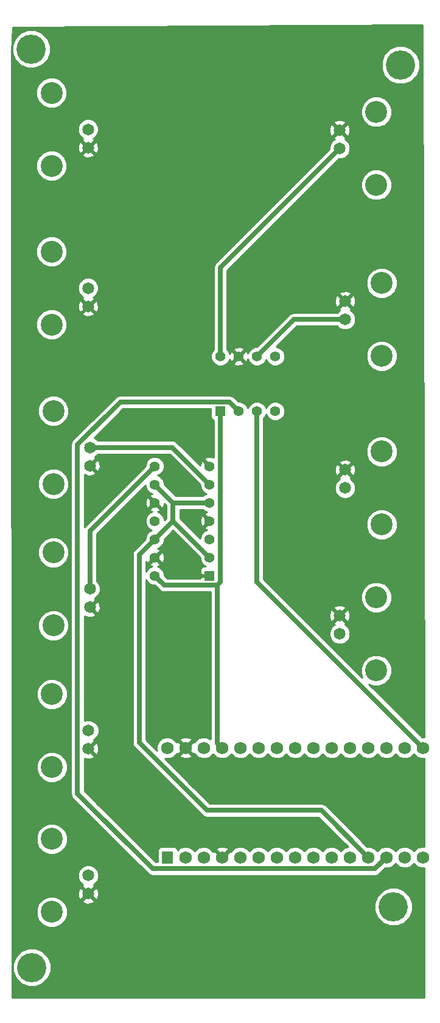
<source format=gbl>
G04 (created by PCBNEW-RS274X (2011-05-25)-stable) date Sun 01 Dec 2013 10:46:18 PM CET*
G01*
G70*
G90*
%MOIN*%
G04 Gerber Fmt 3.4, Leading zero omitted, Abs format*
%FSLAX34Y34*%
G04 APERTURE LIST*
%ADD10C,0.006000*%
%ADD11R,0.060000X0.069000*%
%ADD12C,0.069000*%
%ADD13R,0.055000X0.055000*%
%ADD14C,0.055000*%
%ADD15C,0.120000*%
%ADD16C,0.065000*%
%ADD17C,0.160000*%
%ADD18C,0.025000*%
%ADD19C,0.010000*%
G04 APERTURE END LIST*
G54D10*
G54D11*
X23976Y-52618D03*
G54D12*
X24976Y-52618D03*
X25976Y-52618D03*
X26976Y-52618D03*
X27976Y-52618D03*
X28976Y-52618D03*
X29976Y-52618D03*
X30976Y-52618D03*
X31976Y-52618D03*
X32976Y-52618D03*
X33976Y-52618D03*
X34976Y-52618D03*
X35976Y-52618D03*
X36976Y-52618D03*
X37976Y-52618D03*
X37976Y-46618D03*
X36976Y-46618D03*
X35976Y-46618D03*
X34976Y-46618D03*
X33976Y-46618D03*
X32976Y-46618D03*
X31976Y-46618D03*
X30976Y-46618D03*
X29976Y-46618D03*
X28976Y-46618D03*
X27976Y-46618D03*
X26976Y-46618D03*
X25976Y-46618D03*
X24976Y-46618D03*
X23976Y-46618D03*
G54D13*
X26874Y-28165D03*
G54D14*
X27874Y-28165D03*
X28874Y-28165D03*
X29874Y-28165D03*
X29874Y-25165D03*
X28874Y-25165D03*
X27874Y-25165D03*
X26874Y-25165D03*
G54D13*
X26280Y-37181D03*
G54D14*
X26280Y-36181D03*
X26280Y-35181D03*
X26280Y-34181D03*
X26280Y-33181D03*
X26280Y-32181D03*
X26280Y-31181D03*
X23280Y-31181D03*
X23280Y-32181D03*
X23280Y-33181D03*
X23280Y-34181D03*
X23280Y-35181D03*
X23280Y-36181D03*
X23280Y-37181D03*
G54D15*
X35405Y-11764D03*
X35405Y-15764D03*
G54D16*
X33405Y-13764D03*
X33405Y-12764D03*
G54D15*
X35701Y-21138D03*
X35701Y-25138D03*
G54D16*
X33701Y-23138D03*
X33701Y-22138D03*
G54D15*
X35701Y-30378D03*
X35701Y-34378D03*
G54D16*
X33701Y-32378D03*
X33701Y-31378D03*
G54D15*
X35405Y-38366D03*
X35405Y-42366D03*
G54D16*
X33405Y-40366D03*
X33405Y-39366D03*
G54D15*
X17626Y-14717D03*
X17626Y-10717D03*
G54D16*
X19626Y-12717D03*
X19626Y-13717D03*
G54D15*
X17626Y-23417D03*
X17626Y-19417D03*
G54D16*
X19626Y-21417D03*
X19626Y-22417D03*
G54D15*
X17720Y-32150D03*
X17720Y-28150D03*
G54D16*
X19720Y-30150D03*
X19720Y-31150D03*
G54D15*
X17720Y-39909D03*
X17720Y-35909D03*
G54D16*
X19720Y-37909D03*
X19720Y-38909D03*
G54D15*
X17642Y-47669D03*
X17642Y-43669D03*
G54D16*
X19642Y-45669D03*
X19642Y-46669D03*
G54D15*
X17634Y-55614D03*
X17634Y-51614D03*
G54D16*
X19634Y-53614D03*
X19634Y-54614D03*
G54D17*
X36736Y-09197D03*
X16508Y-08323D03*
X16543Y-58650D03*
X36350Y-55327D03*
G54D18*
X19720Y-34741D02*
X23280Y-31181D01*
X19720Y-37909D02*
X19720Y-34741D01*
X30901Y-23138D02*
X28874Y-25165D01*
X33701Y-23138D02*
X30901Y-23138D01*
X26874Y-20295D02*
X26874Y-25165D01*
X33405Y-13764D02*
X26874Y-20295D01*
X23280Y-32181D02*
X24280Y-33181D01*
X24280Y-33181D02*
X26280Y-33181D01*
X24280Y-34181D02*
X26280Y-36181D01*
X24280Y-33181D02*
X24280Y-34181D01*
X24280Y-34181D02*
X23280Y-35181D01*
X32402Y-50044D02*
X34976Y-52618D01*
X26145Y-50044D02*
X32402Y-50044D01*
X22426Y-46325D02*
X26145Y-50044D01*
X22426Y-36035D02*
X22426Y-46325D01*
X23280Y-35181D02*
X22426Y-36035D01*
X35349Y-53245D02*
X35976Y-52618D01*
X23171Y-53245D02*
X35349Y-53245D01*
X19043Y-49117D02*
X23171Y-53245D01*
X19043Y-30004D02*
X19043Y-49117D01*
X21386Y-27661D02*
X19043Y-30004D01*
X27370Y-27661D02*
X21386Y-27661D01*
X27874Y-28165D02*
X27370Y-27661D01*
X26874Y-37536D02*
X26707Y-37703D01*
X26874Y-28165D02*
X26874Y-37536D01*
X23802Y-37703D02*
X23280Y-37181D01*
X26707Y-37703D02*
X23802Y-37703D01*
X26707Y-46349D02*
X26976Y-46618D01*
X26707Y-37703D02*
X26707Y-46349D01*
X28874Y-37516D02*
X37976Y-46618D01*
X28874Y-28165D02*
X28874Y-37516D01*
X24249Y-30150D02*
X26280Y-32181D01*
X19720Y-30150D02*
X24249Y-30150D01*
G54D10*
G36*
X26115Y-32681D02*
X25983Y-32736D01*
X25912Y-32806D01*
X24435Y-32806D01*
X23805Y-32176D01*
X23805Y-32077D01*
X23725Y-31884D01*
X23578Y-31736D01*
X23444Y-31680D01*
X23577Y-31626D01*
X23725Y-31479D01*
X23805Y-31286D01*
X23805Y-31077D01*
X23725Y-30884D01*
X23578Y-30736D01*
X23385Y-30656D01*
X23176Y-30656D01*
X22983Y-30736D01*
X22835Y-30883D01*
X22755Y-31076D01*
X22755Y-31175D01*
X20288Y-33642D01*
X20288Y-31234D01*
X20276Y-31011D01*
X20212Y-30854D01*
X20116Y-30825D01*
X19791Y-31150D01*
X20116Y-31475D01*
X20212Y-31446D01*
X20288Y-31234D01*
X20288Y-33642D01*
X19455Y-34476D01*
X19418Y-34531D01*
X19418Y-31622D01*
X19424Y-31642D01*
X19636Y-31718D01*
X19859Y-31706D01*
X20016Y-31642D01*
X20045Y-31546D01*
X19755Y-31256D01*
X19720Y-31221D01*
X19649Y-31150D01*
X19720Y-31079D01*
X19755Y-31044D01*
X20045Y-30754D01*
X20016Y-30658D01*
X20005Y-30654D01*
X20045Y-30638D01*
X20158Y-30525D01*
X24094Y-30525D01*
X25755Y-32186D01*
X25755Y-32285D01*
X25835Y-32478D01*
X25982Y-32626D01*
X26115Y-32681D01*
X26115Y-32681D01*
G37*
G54D19*
X26115Y-32681D02*
X25983Y-32736D01*
X25912Y-32806D01*
X24435Y-32806D01*
X23805Y-32176D01*
X23805Y-32077D01*
X23725Y-31884D01*
X23578Y-31736D01*
X23444Y-31680D01*
X23577Y-31626D01*
X23725Y-31479D01*
X23805Y-31286D01*
X23805Y-31077D01*
X23725Y-30884D01*
X23578Y-30736D01*
X23385Y-30656D01*
X23176Y-30656D01*
X22983Y-30736D01*
X22835Y-30883D01*
X22755Y-31076D01*
X22755Y-31175D01*
X20288Y-33642D01*
X20288Y-31234D01*
X20276Y-31011D01*
X20212Y-30854D01*
X20116Y-30825D01*
X19791Y-31150D01*
X20116Y-31475D01*
X20212Y-31446D01*
X20288Y-31234D01*
X20288Y-33642D01*
X19455Y-34476D01*
X19418Y-34531D01*
X19418Y-31622D01*
X19424Y-31642D01*
X19636Y-31718D01*
X19859Y-31706D01*
X20016Y-31642D01*
X20045Y-31546D01*
X19755Y-31256D01*
X19720Y-31221D01*
X19649Y-31150D01*
X19720Y-31079D01*
X19755Y-31044D01*
X20045Y-30754D01*
X20016Y-30658D01*
X20005Y-30654D01*
X20045Y-30638D01*
X20158Y-30525D01*
X24094Y-30525D01*
X25755Y-32186D01*
X25755Y-32285D01*
X25835Y-32478D01*
X25982Y-32626D01*
X26115Y-32681D01*
G54D10*
G36*
X26330Y-37231D02*
X26230Y-37231D01*
X26180Y-37231D01*
X25817Y-37231D01*
X25755Y-37293D01*
X25755Y-37328D01*
X23957Y-37328D01*
X23805Y-37176D01*
X23805Y-37077D01*
X23799Y-37062D01*
X23799Y-36255D01*
X23788Y-36051D01*
X23732Y-35914D01*
X23641Y-35891D01*
X23351Y-36181D01*
X23641Y-36471D01*
X23732Y-36448D01*
X23799Y-36255D01*
X23799Y-37062D01*
X23725Y-36884D01*
X23578Y-36736D01*
X23437Y-36677D01*
X23547Y-36633D01*
X23570Y-36542D01*
X23280Y-36252D01*
X22990Y-36542D01*
X23013Y-36633D01*
X23131Y-36674D01*
X22983Y-36736D01*
X22835Y-36883D01*
X22801Y-36965D01*
X22801Y-36381D01*
X22828Y-36448D01*
X22919Y-36471D01*
X23174Y-36216D01*
X23209Y-36181D01*
X23280Y-36110D01*
X23315Y-36075D01*
X23570Y-35820D01*
X23547Y-35729D01*
X23428Y-35687D01*
X23577Y-35626D01*
X23725Y-35479D01*
X23805Y-35286D01*
X23805Y-35186D01*
X24280Y-34711D01*
X25755Y-36186D01*
X25755Y-36285D01*
X25835Y-36478D01*
X25982Y-36626D01*
X26056Y-36656D01*
X26054Y-36657D01*
X25955Y-36657D01*
X25864Y-36695D01*
X25794Y-36765D01*
X25756Y-36857D01*
X25755Y-37069D01*
X25817Y-37131D01*
X26180Y-37131D01*
X26230Y-37131D01*
X26330Y-37131D01*
X26330Y-37231D01*
X26330Y-37231D01*
G37*
G54D19*
X26330Y-37231D02*
X26230Y-37231D01*
X26180Y-37231D01*
X25817Y-37231D01*
X25755Y-37293D01*
X25755Y-37328D01*
X23957Y-37328D01*
X23805Y-37176D01*
X23805Y-37077D01*
X23799Y-37062D01*
X23799Y-36255D01*
X23788Y-36051D01*
X23732Y-35914D01*
X23641Y-35891D01*
X23351Y-36181D01*
X23641Y-36471D01*
X23732Y-36448D01*
X23799Y-36255D01*
X23799Y-37062D01*
X23725Y-36884D01*
X23578Y-36736D01*
X23437Y-36677D01*
X23547Y-36633D01*
X23570Y-36542D01*
X23280Y-36252D01*
X22990Y-36542D01*
X23013Y-36633D01*
X23131Y-36674D01*
X22983Y-36736D01*
X22835Y-36883D01*
X22801Y-36965D01*
X22801Y-36381D01*
X22828Y-36448D01*
X22919Y-36471D01*
X23174Y-36216D01*
X23209Y-36181D01*
X23280Y-36110D01*
X23315Y-36075D01*
X23570Y-35820D01*
X23547Y-35729D01*
X23428Y-35687D01*
X23577Y-35626D01*
X23725Y-35479D01*
X23805Y-35286D01*
X23805Y-35186D01*
X24280Y-34711D01*
X25755Y-36186D01*
X25755Y-36285D01*
X25835Y-36478D01*
X25982Y-36626D01*
X26056Y-36656D01*
X26054Y-36657D01*
X25955Y-36657D01*
X25864Y-36695D01*
X25794Y-36765D01*
X25756Y-36857D01*
X25755Y-37069D01*
X25817Y-37131D01*
X26180Y-37131D01*
X26230Y-37131D01*
X26330Y-37131D01*
X26330Y-37231D01*
G54D10*
G36*
X26351Y-34181D02*
X26280Y-34252D01*
X26245Y-34287D01*
X26209Y-34323D01*
X26209Y-34181D01*
X25919Y-33891D01*
X25828Y-33914D01*
X25761Y-34107D01*
X25772Y-34311D01*
X25828Y-34448D01*
X25919Y-34471D01*
X26209Y-34181D01*
X26209Y-34323D01*
X25990Y-34542D01*
X26013Y-34633D01*
X26131Y-34674D01*
X25983Y-34736D01*
X25835Y-34883D01*
X25755Y-35076D01*
X25755Y-35126D01*
X24655Y-34026D01*
X24655Y-33556D01*
X25912Y-33556D01*
X25982Y-33626D01*
X26122Y-33684D01*
X26013Y-33729D01*
X25990Y-33820D01*
X26245Y-34075D01*
X26280Y-34110D01*
X26351Y-34181D01*
X26351Y-34181D01*
G37*
G54D19*
X26351Y-34181D02*
X26280Y-34252D01*
X26245Y-34287D01*
X26209Y-34323D01*
X26209Y-34181D01*
X25919Y-33891D01*
X25828Y-33914D01*
X25761Y-34107D01*
X25772Y-34311D01*
X25828Y-34448D01*
X25919Y-34471D01*
X26209Y-34181D01*
X26209Y-34323D01*
X25990Y-34542D01*
X26013Y-34633D01*
X26131Y-34674D01*
X25983Y-34736D01*
X25835Y-34883D01*
X25755Y-35076D01*
X25755Y-35126D01*
X24655Y-34026D01*
X24655Y-33556D01*
X25912Y-33556D01*
X25982Y-33626D01*
X26122Y-33684D01*
X26013Y-33729D01*
X25990Y-33820D01*
X26245Y-34075D01*
X26280Y-34110D01*
X26351Y-34181D01*
G54D10*
G36*
X26499Y-30712D02*
X26354Y-30662D01*
X26150Y-30673D01*
X26013Y-30729D01*
X25990Y-30820D01*
X26245Y-31075D01*
X26280Y-31110D01*
X26351Y-31181D01*
X26280Y-31252D01*
X26209Y-31181D01*
X26174Y-31146D01*
X25919Y-30891D01*
X25828Y-30914D01*
X25761Y-31107D01*
X25762Y-31133D01*
X24514Y-29885D01*
X24393Y-29804D01*
X24249Y-29775D01*
X20158Y-29775D01*
X20046Y-29663D01*
X19953Y-29624D01*
X21541Y-28036D01*
X26350Y-28036D01*
X26350Y-28489D01*
X26388Y-28581D01*
X26458Y-28651D01*
X26499Y-28668D01*
X26499Y-30712D01*
X26499Y-30712D01*
G37*
G54D19*
X26499Y-30712D02*
X26354Y-30662D01*
X26150Y-30673D01*
X26013Y-30729D01*
X25990Y-30820D01*
X26245Y-31075D01*
X26280Y-31110D01*
X26351Y-31181D01*
X26280Y-31252D01*
X26209Y-31181D01*
X26174Y-31146D01*
X25919Y-30891D01*
X25828Y-30914D01*
X25761Y-31107D01*
X25762Y-31133D01*
X24514Y-29885D01*
X24393Y-29804D01*
X24249Y-29775D01*
X20158Y-29775D01*
X20046Y-29663D01*
X19953Y-29624D01*
X21541Y-28036D01*
X26350Y-28036D01*
X26350Y-28489D01*
X26388Y-28581D01*
X26458Y-28651D01*
X26499Y-28668D01*
X26499Y-30712D01*
G54D10*
G36*
X33853Y-52025D02*
X33640Y-52114D01*
X33476Y-52278D01*
X33313Y-52115D01*
X33094Y-52024D01*
X32858Y-52024D01*
X32640Y-52114D01*
X32476Y-52278D01*
X32313Y-52115D01*
X32094Y-52024D01*
X31858Y-52024D01*
X31640Y-52114D01*
X31476Y-52278D01*
X31313Y-52115D01*
X31094Y-52024D01*
X30858Y-52024D01*
X30640Y-52114D01*
X30476Y-52278D01*
X30313Y-52115D01*
X30094Y-52024D01*
X29858Y-52024D01*
X29640Y-52114D01*
X29476Y-52278D01*
X29313Y-52115D01*
X29094Y-52024D01*
X28858Y-52024D01*
X28640Y-52114D01*
X28476Y-52278D01*
X28313Y-52115D01*
X28094Y-52024D01*
X27858Y-52024D01*
X27640Y-52114D01*
X27473Y-52281D01*
X27463Y-52303D01*
X27386Y-52279D01*
X27315Y-52350D01*
X27315Y-52208D01*
X27284Y-52110D01*
X27066Y-52030D01*
X26834Y-52040D01*
X26668Y-52110D01*
X26637Y-52208D01*
X26976Y-52547D01*
X27315Y-52208D01*
X27315Y-52350D01*
X27082Y-52583D01*
X27047Y-52618D01*
X26976Y-52689D01*
X26905Y-52618D01*
X26870Y-52583D01*
X26566Y-52279D01*
X26488Y-52303D01*
X26480Y-52282D01*
X26313Y-52115D01*
X26094Y-52024D01*
X25858Y-52024D01*
X25640Y-52114D01*
X25476Y-52278D01*
X25313Y-52115D01*
X25094Y-52024D01*
X24858Y-52024D01*
X24640Y-52114D01*
X24525Y-52229D01*
X24525Y-52224D01*
X24487Y-52132D01*
X24417Y-52062D01*
X24326Y-52024D01*
X24227Y-52024D01*
X23627Y-52024D01*
X23535Y-52062D01*
X23465Y-52132D01*
X23427Y-52223D01*
X23427Y-52322D01*
X23427Y-52870D01*
X23326Y-52870D01*
X20288Y-49831D01*
X20288Y-38993D01*
X20276Y-38770D01*
X20212Y-38613D01*
X20116Y-38584D01*
X19791Y-38909D01*
X20116Y-39234D01*
X20212Y-39205D01*
X20288Y-38993D01*
X20288Y-49831D01*
X20210Y-49753D01*
X20210Y-46753D01*
X20198Y-46530D01*
X20134Y-46373D01*
X20038Y-46344D01*
X19713Y-46669D01*
X20038Y-46994D01*
X20134Y-46965D01*
X20210Y-46753D01*
X20210Y-49753D01*
X19418Y-48961D01*
X19418Y-47186D01*
X19558Y-47237D01*
X19781Y-47225D01*
X19938Y-47161D01*
X19967Y-47065D01*
X19677Y-46775D01*
X19642Y-46740D01*
X19571Y-46669D01*
X19642Y-46598D01*
X19677Y-46563D01*
X19967Y-46273D01*
X19938Y-46177D01*
X19927Y-46173D01*
X19967Y-46157D01*
X20129Y-45995D01*
X20217Y-45784D01*
X20217Y-45555D01*
X20130Y-45344D01*
X19968Y-45182D01*
X19757Y-45094D01*
X19528Y-45094D01*
X19418Y-45139D01*
X19418Y-39381D01*
X19424Y-39401D01*
X19636Y-39477D01*
X19859Y-39465D01*
X20016Y-39401D01*
X20045Y-39305D01*
X19755Y-39015D01*
X19720Y-38980D01*
X19649Y-38909D01*
X19720Y-38838D01*
X19755Y-38803D01*
X20045Y-38513D01*
X20016Y-38417D01*
X20005Y-38413D01*
X20045Y-38397D01*
X20207Y-38235D01*
X20295Y-38024D01*
X20295Y-37795D01*
X20208Y-37584D01*
X20095Y-37471D01*
X20095Y-34896D01*
X22755Y-32236D01*
X22755Y-32285D01*
X22835Y-32478D01*
X22982Y-32626D01*
X23122Y-32684D01*
X23013Y-32729D01*
X22990Y-32820D01*
X23245Y-33075D01*
X23280Y-33110D01*
X23351Y-33181D01*
X23386Y-33216D01*
X23641Y-33471D01*
X23732Y-33448D01*
X23799Y-33255D01*
X23797Y-33228D01*
X23905Y-33336D01*
X23905Y-34026D01*
X23805Y-34126D01*
X23805Y-34077D01*
X23725Y-33884D01*
X23578Y-33736D01*
X23437Y-33677D01*
X23547Y-33633D01*
X23570Y-33542D01*
X23280Y-33252D01*
X23209Y-33323D01*
X23209Y-33181D01*
X22919Y-32891D01*
X22828Y-32914D01*
X22761Y-33107D01*
X22772Y-33311D01*
X22828Y-33448D01*
X22919Y-33471D01*
X23209Y-33181D01*
X23209Y-33323D01*
X22990Y-33542D01*
X23013Y-33633D01*
X23131Y-33674D01*
X22983Y-33736D01*
X22835Y-33883D01*
X22755Y-34076D01*
X22755Y-34285D01*
X22835Y-34478D01*
X22982Y-34626D01*
X23115Y-34681D01*
X22983Y-34736D01*
X22835Y-34883D01*
X22755Y-35076D01*
X22755Y-35175D01*
X22161Y-35770D01*
X22080Y-35891D01*
X22051Y-36035D01*
X22051Y-46325D01*
X22080Y-46469D01*
X22161Y-46590D01*
X25880Y-50309D01*
X26001Y-50390D01*
X26002Y-50390D01*
X26145Y-50419D01*
X32247Y-50419D01*
X33853Y-52025D01*
X33853Y-52025D01*
G37*
G54D19*
X33853Y-52025D02*
X33640Y-52114D01*
X33476Y-52278D01*
X33313Y-52115D01*
X33094Y-52024D01*
X32858Y-52024D01*
X32640Y-52114D01*
X32476Y-52278D01*
X32313Y-52115D01*
X32094Y-52024D01*
X31858Y-52024D01*
X31640Y-52114D01*
X31476Y-52278D01*
X31313Y-52115D01*
X31094Y-52024D01*
X30858Y-52024D01*
X30640Y-52114D01*
X30476Y-52278D01*
X30313Y-52115D01*
X30094Y-52024D01*
X29858Y-52024D01*
X29640Y-52114D01*
X29476Y-52278D01*
X29313Y-52115D01*
X29094Y-52024D01*
X28858Y-52024D01*
X28640Y-52114D01*
X28476Y-52278D01*
X28313Y-52115D01*
X28094Y-52024D01*
X27858Y-52024D01*
X27640Y-52114D01*
X27473Y-52281D01*
X27463Y-52303D01*
X27386Y-52279D01*
X27315Y-52350D01*
X27315Y-52208D01*
X27284Y-52110D01*
X27066Y-52030D01*
X26834Y-52040D01*
X26668Y-52110D01*
X26637Y-52208D01*
X26976Y-52547D01*
X27315Y-52208D01*
X27315Y-52350D01*
X27082Y-52583D01*
X27047Y-52618D01*
X26976Y-52689D01*
X26905Y-52618D01*
X26870Y-52583D01*
X26566Y-52279D01*
X26488Y-52303D01*
X26480Y-52282D01*
X26313Y-52115D01*
X26094Y-52024D01*
X25858Y-52024D01*
X25640Y-52114D01*
X25476Y-52278D01*
X25313Y-52115D01*
X25094Y-52024D01*
X24858Y-52024D01*
X24640Y-52114D01*
X24525Y-52229D01*
X24525Y-52224D01*
X24487Y-52132D01*
X24417Y-52062D01*
X24326Y-52024D01*
X24227Y-52024D01*
X23627Y-52024D01*
X23535Y-52062D01*
X23465Y-52132D01*
X23427Y-52223D01*
X23427Y-52322D01*
X23427Y-52870D01*
X23326Y-52870D01*
X20288Y-49831D01*
X20288Y-38993D01*
X20276Y-38770D01*
X20212Y-38613D01*
X20116Y-38584D01*
X19791Y-38909D01*
X20116Y-39234D01*
X20212Y-39205D01*
X20288Y-38993D01*
X20288Y-49831D01*
X20210Y-49753D01*
X20210Y-46753D01*
X20198Y-46530D01*
X20134Y-46373D01*
X20038Y-46344D01*
X19713Y-46669D01*
X20038Y-46994D01*
X20134Y-46965D01*
X20210Y-46753D01*
X20210Y-49753D01*
X19418Y-48961D01*
X19418Y-47186D01*
X19558Y-47237D01*
X19781Y-47225D01*
X19938Y-47161D01*
X19967Y-47065D01*
X19677Y-46775D01*
X19642Y-46740D01*
X19571Y-46669D01*
X19642Y-46598D01*
X19677Y-46563D01*
X19967Y-46273D01*
X19938Y-46177D01*
X19927Y-46173D01*
X19967Y-46157D01*
X20129Y-45995D01*
X20217Y-45784D01*
X20217Y-45555D01*
X20130Y-45344D01*
X19968Y-45182D01*
X19757Y-45094D01*
X19528Y-45094D01*
X19418Y-45139D01*
X19418Y-39381D01*
X19424Y-39401D01*
X19636Y-39477D01*
X19859Y-39465D01*
X20016Y-39401D01*
X20045Y-39305D01*
X19755Y-39015D01*
X19720Y-38980D01*
X19649Y-38909D01*
X19720Y-38838D01*
X19755Y-38803D01*
X20045Y-38513D01*
X20016Y-38417D01*
X20005Y-38413D01*
X20045Y-38397D01*
X20207Y-38235D01*
X20295Y-38024D01*
X20295Y-37795D01*
X20208Y-37584D01*
X20095Y-37471D01*
X20095Y-34896D01*
X22755Y-32236D01*
X22755Y-32285D01*
X22835Y-32478D01*
X22982Y-32626D01*
X23122Y-32684D01*
X23013Y-32729D01*
X22990Y-32820D01*
X23245Y-33075D01*
X23280Y-33110D01*
X23351Y-33181D01*
X23386Y-33216D01*
X23641Y-33471D01*
X23732Y-33448D01*
X23799Y-33255D01*
X23797Y-33228D01*
X23905Y-33336D01*
X23905Y-34026D01*
X23805Y-34126D01*
X23805Y-34077D01*
X23725Y-33884D01*
X23578Y-33736D01*
X23437Y-33677D01*
X23547Y-33633D01*
X23570Y-33542D01*
X23280Y-33252D01*
X23209Y-33323D01*
X23209Y-33181D01*
X22919Y-32891D01*
X22828Y-32914D01*
X22761Y-33107D01*
X22772Y-33311D01*
X22828Y-33448D01*
X22919Y-33471D01*
X23209Y-33181D01*
X23209Y-33323D01*
X22990Y-33542D01*
X23013Y-33633D01*
X23131Y-33674D01*
X22983Y-33736D01*
X22835Y-33883D01*
X22755Y-34076D01*
X22755Y-34285D01*
X22835Y-34478D01*
X22982Y-34626D01*
X23115Y-34681D01*
X22983Y-34736D01*
X22835Y-34883D01*
X22755Y-35076D01*
X22755Y-35175D01*
X22161Y-35770D01*
X22080Y-35891D01*
X22051Y-36035D01*
X22051Y-46325D01*
X22080Y-46469D01*
X22161Y-46590D01*
X25880Y-50309D01*
X26001Y-50390D01*
X26002Y-50390D01*
X26145Y-50419D01*
X32247Y-50419D01*
X33853Y-52025D01*
G54D10*
G36*
X38032Y-52024D02*
X37858Y-52024D01*
X37640Y-52114D01*
X37476Y-52278D01*
X37313Y-52115D01*
X37094Y-52024D01*
X36858Y-52024D01*
X36640Y-52114D01*
X36476Y-52278D01*
X36313Y-52115D01*
X36094Y-52024D01*
X35858Y-52024D01*
X35640Y-52114D01*
X35476Y-52278D01*
X35313Y-52115D01*
X35094Y-52024D01*
X34912Y-52024D01*
X32667Y-49779D01*
X32546Y-49698D01*
X32402Y-49669D01*
X26300Y-49669D01*
X25315Y-48684D01*
X25315Y-47028D01*
X24976Y-46689D01*
X24637Y-47028D01*
X24668Y-47126D01*
X24886Y-47206D01*
X25118Y-47196D01*
X25284Y-47126D01*
X25315Y-47028D01*
X25315Y-48684D01*
X23832Y-47201D01*
X23858Y-47212D01*
X24094Y-47212D01*
X24312Y-47122D01*
X24479Y-46955D01*
X24488Y-46932D01*
X24566Y-46957D01*
X24905Y-46618D01*
X24566Y-46279D01*
X24488Y-46303D01*
X24480Y-46282D01*
X24313Y-46115D01*
X24094Y-46024D01*
X23858Y-46024D01*
X23640Y-46114D01*
X23473Y-46281D01*
X23382Y-46500D01*
X23382Y-46736D01*
X23392Y-46761D01*
X22801Y-46170D01*
X22801Y-37395D01*
X22835Y-37478D01*
X22982Y-37626D01*
X23175Y-37706D01*
X23275Y-37706D01*
X23537Y-37968D01*
X23658Y-38049D01*
X23659Y-38049D01*
X23802Y-38078D01*
X26332Y-38078D01*
X26332Y-46134D01*
X26313Y-46115D01*
X26094Y-46024D01*
X25858Y-46024D01*
X25640Y-46114D01*
X25473Y-46281D01*
X25463Y-46303D01*
X25386Y-46279D01*
X25315Y-46350D01*
X25315Y-46208D01*
X25284Y-46110D01*
X25066Y-46030D01*
X24834Y-46040D01*
X24668Y-46110D01*
X24637Y-46208D01*
X24976Y-46547D01*
X25315Y-46208D01*
X25315Y-46350D01*
X25047Y-46618D01*
X25386Y-46957D01*
X25463Y-46932D01*
X25472Y-46954D01*
X25639Y-47121D01*
X25858Y-47212D01*
X26094Y-47212D01*
X26312Y-47122D01*
X26476Y-46958D01*
X26639Y-47121D01*
X26858Y-47212D01*
X27094Y-47212D01*
X27312Y-47122D01*
X27476Y-46958D01*
X27639Y-47121D01*
X27858Y-47212D01*
X28094Y-47212D01*
X28312Y-47122D01*
X28476Y-46958D01*
X28639Y-47121D01*
X28858Y-47212D01*
X29094Y-47212D01*
X29312Y-47122D01*
X29476Y-46958D01*
X29639Y-47121D01*
X29858Y-47212D01*
X30094Y-47212D01*
X30312Y-47122D01*
X30476Y-46958D01*
X30639Y-47121D01*
X30858Y-47212D01*
X31094Y-47212D01*
X31312Y-47122D01*
X31476Y-46958D01*
X31639Y-47121D01*
X31858Y-47212D01*
X32094Y-47212D01*
X32312Y-47122D01*
X32476Y-46958D01*
X32639Y-47121D01*
X32858Y-47212D01*
X33094Y-47212D01*
X33312Y-47122D01*
X33476Y-46958D01*
X33639Y-47121D01*
X33858Y-47212D01*
X34094Y-47212D01*
X34312Y-47122D01*
X34476Y-46958D01*
X34639Y-47121D01*
X34858Y-47212D01*
X35094Y-47212D01*
X35312Y-47122D01*
X35476Y-46958D01*
X35639Y-47121D01*
X35858Y-47212D01*
X36094Y-47212D01*
X36312Y-47122D01*
X36476Y-46958D01*
X36639Y-47121D01*
X36858Y-47212D01*
X37094Y-47212D01*
X37312Y-47122D01*
X37476Y-46958D01*
X37639Y-47121D01*
X37858Y-47212D01*
X38023Y-47212D01*
X38032Y-52024D01*
X38032Y-52024D01*
G37*
G54D19*
X38032Y-52024D02*
X37858Y-52024D01*
X37640Y-52114D01*
X37476Y-52278D01*
X37313Y-52115D01*
X37094Y-52024D01*
X36858Y-52024D01*
X36640Y-52114D01*
X36476Y-52278D01*
X36313Y-52115D01*
X36094Y-52024D01*
X35858Y-52024D01*
X35640Y-52114D01*
X35476Y-52278D01*
X35313Y-52115D01*
X35094Y-52024D01*
X34912Y-52024D01*
X32667Y-49779D01*
X32546Y-49698D01*
X32402Y-49669D01*
X26300Y-49669D01*
X25315Y-48684D01*
X25315Y-47028D01*
X24976Y-46689D01*
X24637Y-47028D01*
X24668Y-47126D01*
X24886Y-47206D01*
X25118Y-47196D01*
X25284Y-47126D01*
X25315Y-47028D01*
X25315Y-48684D01*
X23832Y-47201D01*
X23858Y-47212D01*
X24094Y-47212D01*
X24312Y-47122D01*
X24479Y-46955D01*
X24488Y-46932D01*
X24566Y-46957D01*
X24905Y-46618D01*
X24566Y-46279D01*
X24488Y-46303D01*
X24480Y-46282D01*
X24313Y-46115D01*
X24094Y-46024D01*
X23858Y-46024D01*
X23640Y-46114D01*
X23473Y-46281D01*
X23382Y-46500D01*
X23382Y-46736D01*
X23392Y-46761D01*
X22801Y-46170D01*
X22801Y-37395D01*
X22835Y-37478D01*
X22982Y-37626D01*
X23175Y-37706D01*
X23275Y-37706D01*
X23537Y-37968D01*
X23658Y-38049D01*
X23659Y-38049D01*
X23802Y-38078D01*
X26332Y-38078D01*
X26332Y-46134D01*
X26313Y-46115D01*
X26094Y-46024D01*
X25858Y-46024D01*
X25640Y-46114D01*
X25473Y-46281D01*
X25463Y-46303D01*
X25386Y-46279D01*
X25315Y-46350D01*
X25315Y-46208D01*
X25284Y-46110D01*
X25066Y-46030D01*
X24834Y-46040D01*
X24668Y-46110D01*
X24637Y-46208D01*
X24976Y-46547D01*
X25315Y-46208D01*
X25315Y-46350D01*
X25047Y-46618D01*
X25386Y-46957D01*
X25463Y-46932D01*
X25472Y-46954D01*
X25639Y-47121D01*
X25858Y-47212D01*
X26094Y-47212D01*
X26312Y-47122D01*
X26476Y-46958D01*
X26639Y-47121D01*
X26858Y-47212D01*
X27094Y-47212D01*
X27312Y-47122D01*
X27476Y-46958D01*
X27639Y-47121D01*
X27858Y-47212D01*
X28094Y-47212D01*
X28312Y-47122D01*
X28476Y-46958D01*
X28639Y-47121D01*
X28858Y-47212D01*
X29094Y-47212D01*
X29312Y-47122D01*
X29476Y-46958D01*
X29639Y-47121D01*
X29858Y-47212D01*
X30094Y-47212D01*
X30312Y-47122D01*
X30476Y-46958D01*
X30639Y-47121D01*
X30858Y-47212D01*
X31094Y-47212D01*
X31312Y-47122D01*
X31476Y-46958D01*
X31639Y-47121D01*
X31858Y-47212D01*
X32094Y-47212D01*
X32312Y-47122D01*
X32476Y-46958D01*
X32639Y-47121D01*
X32858Y-47212D01*
X33094Y-47212D01*
X33312Y-47122D01*
X33476Y-46958D01*
X33639Y-47121D01*
X33858Y-47212D01*
X34094Y-47212D01*
X34312Y-47122D01*
X34476Y-46958D01*
X34639Y-47121D01*
X34858Y-47212D01*
X35094Y-47212D01*
X35312Y-47122D01*
X35476Y-46958D01*
X35639Y-47121D01*
X35858Y-47212D01*
X36094Y-47212D01*
X36312Y-47122D01*
X36476Y-46958D01*
X36639Y-47121D01*
X36858Y-47212D01*
X37094Y-47212D01*
X37312Y-47122D01*
X37476Y-46958D01*
X37639Y-47121D01*
X37858Y-47212D01*
X38023Y-47212D01*
X38032Y-52024D01*
G54D10*
G36*
X38048Y-60312D02*
X37400Y-60312D01*
X37400Y-55537D01*
X37400Y-55119D01*
X37240Y-54733D01*
X36945Y-54437D01*
X36560Y-54277D01*
X36142Y-54277D01*
X35756Y-54437D01*
X35460Y-54732D01*
X35300Y-55117D01*
X35300Y-55535D01*
X35460Y-55921D01*
X35755Y-56217D01*
X36140Y-56377D01*
X36558Y-56377D01*
X36944Y-56217D01*
X37240Y-55922D01*
X37400Y-55537D01*
X37400Y-60312D01*
X20209Y-60312D01*
X20209Y-53729D01*
X20209Y-53500D01*
X20122Y-53289D01*
X19960Y-53127D01*
X19749Y-53039D01*
X19520Y-53039D01*
X19309Y-53126D01*
X19147Y-53288D01*
X19059Y-53499D01*
X19059Y-53728D01*
X19146Y-53939D01*
X19308Y-54101D01*
X19348Y-54117D01*
X19338Y-54122D01*
X19309Y-54218D01*
X19634Y-54543D01*
X19959Y-54218D01*
X19930Y-54122D01*
X19919Y-54118D01*
X19959Y-54102D01*
X20121Y-53940D01*
X20209Y-53729D01*
X20209Y-60312D01*
X20202Y-60312D01*
X20202Y-54698D01*
X20190Y-54475D01*
X20126Y-54318D01*
X20030Y-54289D01*
X19705Y-54614D01*
X20030Y-54939D01*
X20126Y-54910D01*
X20202Y-54698D01*
X20202Y-60312D01*
X19959Y-60312D01*
X19959Y-55010D01*
X19634Y-54685D01*
X19563Y-54756D01*
X19563Y-54614D01*
X19238Y-54289D01*
X19142Y-54318D01*
X19066Y-54530D01*
X19078Y-54753D01*
X19142Y-54910D01*
X19238Y-54939D01*
X19563Y-54614D01*
X19563Y-54756D01*
X19309Y-55010D01*
X19338Y-55106D01*
X19550Y-55182D01*
X19773Y-55170D01*
X19930Y-55106D01*
X19959Y-55010D01*
X19959Y-60312D01*
X18570Y-60312D01*
X18570Y-40079D01*
X18570Y-39741D01*
X18570Y-36079D01*
X18570Y-35741D01*
X18570Y-32320D01*
X18570Y-31982D01*
X18570Y-28320D01*
X18570Y-27982D01*
X18476Y-27754D01*
X18476Y-23587D01*
X18476Y-23249D01*
X18476Y-19587D01*
X18476Y-19249D01*
X18476Y-14887D01*
X18476Y-14549D01*
X18476Y-10887D01*
X18476Y-10549D01*
X18347Y-10237D01*
X18108Y-09997D01*
X17796Y-09867D01*
X17558Y-09867D01*
X17558Y-08533D01*
X17558Y-08115D01*
X17398Y-07729D01*
X17103Y-07433D01*
X16718Y-07273D01*
X16300Y-07273D01*
X15914Y-07433D01*
X15618Y-07728D01*
X15458Y-08113D01*
X15458Y-08531D01*
X15618Y-08917D01*
X15913Y-09213D01*
X16298Y-09373D01*
X16716Y-09373D01*
X17102Y-09213D01*
X17398Y-08918D01*
X17558Y-08533D01*
X17558Y-09867D01*
X17458Y-09867D01*
X17146Y-09996D01*
X16906Y-10235D01*
X16776Y-10547D01*
X16776Y-10885D01*
X16905Y-11197D01*
X17144Y-11437D01*
X17456Y-11567D01*
X17794Y-11567D01*
X18106Y-11438D01*
X18346Y-11199D01*
X18476Y-10887D01*
X18476Y-14549D01*
X18347Y-14237D01*
X18108Y-13997D01*
X17796Y-13867D01*
X17458Y-13867D01*
X17146Y-13996D01*
X16906Y-14235D01*
X16776Y-14547D01*
X16776Y-14885D01*
X16905Y-15197D01*
X17144Y-15437D01*
X17456Y-15567D01*
X17794Y-15567D01*
X18106Y-15438D01*
X18346Y-15199D01*
X18476Y-14887D01*
X18476Y-19249D01*
X18347Y-18937D01*
X18108Y-18697D01*
X17796Y-18567D01*
X17458Y-18567D01*
X17146Y-18696D01*
X16906Y-18935D01*
X16776Y-19247D01*
X16776Y-19585D01*
X16905Y-19897D01*
X17144Y-20137D01*
X17456Y-20267D01*
X17794Y-20267D01*
X18106Y-20138D01*
X18346Y-19899D01*
X18476Y-19587D01*
X18476Y-23249D01*
X18347Y-22937D01*
X18108Y-22697D01*
X17796Y-22567D01*
X17458Y-22567D01*
X17146Y-22696D01*
X16906Y-22935D01*
X16776Y-23247D01*
X16776Y-23585D01*
X16905Y-23897D01*
X17144Y-24137D01*
X17456Y-24267D01*
X17794Y-24267D01*
X18106Y-24138D01*
X18346Y-23899D01*
X18476Y-23587D01*
X18476Y-27754D01*
X18441Y-27670D01*
X18202Y-27430D01*
X17890Y-27300D01*
X17552Y-27300D01*
X17240Y-27429D01*
X17000Y-27668D01*
X16870Y-27980D01*
X16870Y-28318D01*
X16999Y-28630D01*
X17238Y-28870D01*
X17550Y-29000D01*
X17888Y-29000D01*
X18200Y-28871D01*
X18440Y-28632D01*
X18570Y-28320D01*
X18570Y-31982D01*
X18441Y-31670D01*
X18202Y-31430D01*
X17890Y-31300D01*
X17552Y-31300D01*
X17240Y-31429D01*
X17000Y-31668D01*
X16870Y-31980D01*
X16870Y-32318D01*
X16999Y-32630D01*
X17238Y-32870D01*
X17550Y-33000D01*
X17888Y-33000D01*
X18200Y-32871D01*
X18440Y-32632D01*
X18570Y-32320D01*
X18570Y-35741D01*
X18441Y-35429D01*
X18202Y-35189D01*
X17890Y-35059D01*
X17552Y-35059D01*
X17240Y-35188D01*
X17000Y-35427D01*
X16870Y-35739D01*
X16870Y-36077D01*
X16999Y-36389D01*
X17238Y-36629D01*
X17550Y-36759D01*
X17888Y-36759D01*
X18200Y-36630D01*
X18440Y-36391D01*
X18570Y-36079D01*
X18570Y-39741D01*
X18441Y-39429D01*
X18202Y-39189D01*
X17890Y-39059D01*
X17552Y-39059D01*
X17240Y-39188D01*
X17000Y-39427D01*
X16870Y-39739D01*
X16870Y-40077D01*
X16999Y-40389D01*
X17238Y-40629D01*
X17550Y-40759D01*
X17888Y-40759D01*
X18200Y-40630D01*
X18440Y-40391D01*
X18570Y-40079D01*
X18570Y-60312D01*
X18492Y-60312D01*
X18492Y-47839D01*
X18492Y-47501D01*
X18492Y-43839D01*
X18492Y-43501D01*
X18363Y-43189D01*
X18124Y-42949D01*
X17812Y-42819D01*
X17474Y-42819D01*
X17162Y-42948D01*
X16922Y-43187D01*
X16792Y-43499D01*
X16792Y-43837D01*
X16921Y-44149D01*
X17160Y-44389D01*
X17472Y-44519D01*
X17810Y-44519D01*
X18122Y-44390D01*
X18362Y-44151D01*
X18492Y-43839D01*
X18492Y-47501D01*
X18363Y-47189D01*
X18124Y-46949D01*
X17812Y-46819D01*
X17474Y-46819D01*
X17162Y-46948D01*
X16922Y-47187D01*
X16792Y-47499D01*
X16792Y-47837D01*
X16921Y-48149D01*
X17160Y-48389D01*
X17472Y-48519D01*
X17810Y-48519D01*
X18122Y-48390D01*
X18362Y-48151D01*
X18492Y-47839D01*
X18492Y-60312D01*
X18484Y-60312D01*
X18484Y-55784D01*
X18484Y-55446D01*
X18484Y-51784D01*
X18484Y-51446D01*
X18355Y-51134D01*
X18116Y-50894D01*
X17804Y-50764D01*
X17466Y-50764D01*
X17154Y-50893D01*
X16914Y-51132D01*
X16784Y-51444D01*
X16784Y-51782D01*
X16913Y-52094D01*
X17152Y-52334D01*
X17464Y-52464D01*
X17802Y-52464D01*
X18114Y-52335D01*
X18354Y-52096D01*
X18484Y-51784D01*
X18484Y-55446D01*
X18355Y-55134D01*
X18116Y-54894D01*
X17804Y-54764D01*
X17466Y-54764D01*
X17154Y-54893D01*
X16914Y-55132D01*
X16784Y-55444D01*
X16784Y-55782D01*
X16913Y-56094D01*
X17152Y-56334D01*
X17464Y-56464D01*
X17802Y-56464D01*
X18114Y-56335D01*
X18354Y-56096D01*
X18484Y-55784D01*
X18484Y-60312D01*
X17593Y-60312D01*
X17593Y-58860D01*
X17593Y-58442D01*
X17433Y-58056D01*
X17138Y-57760D01*
X16753Y-57600D01*
X16335Y-57600D01*
X15949Y-57760D01*
X15653Y-58055D01*
X15493Y-58440D01*
X15493Y-58858D01*
X15653Y-59244D01*
X15948Y-59540D01*
X16333Y-59700D01*
X16751Y-59700D01*
X17137Y-59540D01*
X17433Y-59245D01*
X17593Y-58860D01*
X17593Y-60312D01*
X15471Y-60312D01*
X15424Y-08470D01*
X15489Y-07117D01*
X37950Y-06999D01*
X38021Y-46024D01*
X37912Y-46024D01*
X37786Y-45898D01*
X37786Y-09407D01*
X37786Y-08989D01*
X37626Y-08603D01*
X37331Y-08307D01*
X36946Y-08147D01*
X36528Y-08147D01*
X36142Y-08307D01*
X35846Y-08602D01*
X35686Y-08987D01*
X35686Y-09405D01*
X35846Y-09791D01*
X36141Y-10087D01*
X36526Y-10247D01*
X36944Y-10247D01*
X37330Y-10087D01*
X37626Y-09792D01*
X37786Y-09407D01*
X37786Y-45898D01*
X36551Y-44663D01*
X36551Y-34548D01*
X36551Y-34210D01*
X36551Y-30548D01*
X36551Y-30210D01*
X36551Y-25308D01*
X36551Y-24970D01*
X36551Y-21308D01*
X36551Y-20970D01*
X36422Y-20658D01*
X36255Y-20490D01*
X36255Y-15934D01*
X36255Y-15596D01*
X36255Y-11934D01*
X36255Y-11596D01*
X36126Y-11284D01*
X35887Y-11044D01*
X35575Y-10914D01*
X35237Y-10914D01*
X34925Y-11043D01*
X34685Y-11282D01*
X34555Y-11594D01*
X34555Y-11932D01*
X34684Y-12244D01*
X34923Y-12484D01*
X35235Y-12614D01*
X35573Y-12614D01*
X35885Y-12485D01*
X36125Y-12246D01*
X36255Y-11934D01*
X36255Y-15596D01*
X36126Y-15284D01*
X35887Y-15044D01*
X35575Y-14914D01*
X35237Y-14914D01*
X34925Y-15043D01*
X34685Y-15282D01*
X34555Y-15594D01*
X34555Y-15932D01*
X34684Y-16244D01*
X34923Y-16484D01*
X35235Y-16614D01*
X35573Y-16614D01*
X35885Y-16485D01*
X36125Y-16246D01*
X36255Y-15934D01*
X36255Y-20490D01*
X36183Y-20418D01*
X35871Y-20288D01*
X35533Y-20288D01*
X35221Y-20417D01*
X34981Y-20656D01*
X34851Y-20968D01*
X34851Y-21306D01*
X34980Y-21618D01*
X35219Y-21858D01*
X35531Y-21988D01*
X35869Y-21988D01*
X36181Y-21859D01*
X36421Y-21620D01*
X36551Y-21308D01*
X36551Y-24970D01*
X36422Y-24658D01*
X36183Y-24418D01*
X35871Y-24288D01*
X35533Y-24288D01*
X35221Y-24417D01*
X34981Y-24656D01*
X34851Y-24968D01*
X34851Y-25306D01*
X34980Y-25618D01*
X35219Y-25858D01*
X35531Y-25988D01*
X35869Y-25988D01*
X36181Y-25859D01*
X36421Y-25620D01*
X36551Y-25308D01*
X36551Y-30210D01*
X36422Y-29898D01*
X36183Y-29658D01*
X35871Y-29528D01*
X35533Y-29528D01*
X35221Y-29657D01*
X34981Y-29896D01*
X34851Y-30208D01*
X34851Y-30546D01*
X34980Y-30858D01*
X35219Y-31098D01*
X35531Y-31228D01*
X35869Y-31228D01*
X36181Y-31099D01*
X36421Y-30860D01*
X36551Y-30548D01*
X36551Y-34210D01*
X36422Y-33898D01*
X36183Y-33658D01*
X35871Y-33528D01*
X35533Y-33528D01*
X35221Y-33657D01*
X34981Y-33896D01*
X34851Y-34208D01*
X34851Y-34546D01*
X34980Y-34858D01*
X35219Y-35098D01*
X35531Y-35228D01*
X35869Y-35228D01*
X36181Y-35099D01*
X36421Y-34860D01*
X36551Y-34548D01*
X36551Y-44663D01*
X35010Y-43122D01*
X35235Y-43216D01*
X35573Y-43216D01*
X35885Y-43087D01*
X36125Y-42848D01*
X36255Y-42536D01*
X36255Y-42198D01*
X36255Y-38536D01*
X36255Y-38198D01*
X36126Y-37886D01*
X35887Y-37646D01*
X35575Y-37516D01*
X35237Y-37516D01*
X34925Y-37645D01*
X34685Y-37884D01*
X34555Y-38196D01*
X34555Y-38534D01*
X34684Y-38846D01*
X34923Y-39086D01*
X35235Y-39216D01*
X35573Y-39216D01*
X35885Y-39087D01*
X36125Y-38848D01*
X36255Y-38536D01*
X36255Y-42198D01*
X36126Y-41886D01*
X35887Y-41646D01*
X35575Y-41516D01*
X35237Y-41516D01*
X34925Y-41645D01*
X34685Y-41884D01*
X34555Y-42196D01*
X34555Y-42534D01*
X34648Y-42760D01*
X34276Y-42388D01*
X34276Y-32493D01*
X34276Y-32264D01*
X34276Y-23253D01*
X34276Y-23024D01*
X34269Y-23007D01*
X34269Y-22222D01*
X34257Y-21999D01*
X34193Y-21842D01*
X34097Y-21813D01*
X34026Y-21884D01*
X34026Y-21742D01*
X33997Y-21646D01*
X33980Y-21639D01*
X33980Y-13879D01*
X33980Y-13650D01*
X33973Y-13633D01*
X33973Y-12848D01*
X33961Y-12625D01*
X33897Y-12468D01*
X33801Y-12439D01*
X33730Y-12510D01*
X33730Y-12368D01*
X33701Y-12272D01*
X33489Y-12196D01*
X33266Y-12208D01*
X33109Y-12272D01*
X33080Y-12368D01*
X33405Y-12693D01*
X33730Y-12368D01*
X33730Y-12510D01*
X33476Y-12764D01*
X33801Y-13089D01*
X33897Y-13060D01*
X33973Y-12848D01*
X33973Y-13633D01*
X33893Y-13439D01*
X33731Y-13277D01*
X33690Y-13260D01*
X33701Y-13256D01*
X33730Y-13160D01*
X33405Y-12835D01*
X33334Y-12906D01*
X33334Y-12764D01*
X33009Y-12439D01*
X32913Y-12468D01*
X32837Y-12680D01*
X32849Y-12903D01*
X32913Y-13060D01*
X33009Y-13089D01*
X33334Y-12764D01*
X33334Y-12906D01*
X33080Y-13160D01*
X33109Y-13256D01*
X33119Y-13259D01*
X33080Y-13276D01*
X32918Y-13438D01*
X32830Y-13649D01*
X32830Y-13809D01*
X26609Y-20030D01*
X26528Y-20151D01*
X26499Y-20295D01*
X26499Y-24797D01*
X26429Y-24867D01*
X26349Y-25060D01*
X26349Y-25269D01*
X26429Y-25462D01*
X26576Y-25610D01*
X26769Y-25690D01*
X26978Y-25690D01*
X27171Y-25610D01*
X27319Y-25463D01*
X27377Y-25322D01*
X27422Y-25432D01*
X27513Y-25455D01*
X27803Y-25165D01*
X27513Y-24875D01*
X27422Y-24898D01*
X27380Y-25016D01*
X27319Y-24868D01*
X27249Y-24797D01*
X27249Y-20450D01*
X33360Y-14339D01*
X33519Y-14339D01*
X33730Y-14252D01*
X33892Y-14090D01*
X33980Y-13879D01*
X33980Y-21639D01*
X33785Y-21570D01*
X33562Y-21582D01*
X33405Y-21646D01*
X33376Y-21742D01*
X33701Y-22067D01*
X34026Y-21742D01*
X34026Y-21884D01*
X33772Y-22138D01*
X34097Y-22463D01*
X34193Y-22434D01*
X34269Y-22222D01*
X34269Y-23007D01*
X34189Y-22813D01*
X34027Y-22651D01*
X33986Y-22634D01*
X33997Y-22630D01*
X34026Y-22534D01*
X33701Y-22209D01*
X33630Y-22280D01*
X33630Y-22138D01*
X33305Y-21813D01*
X33209Y-21842D01*
X33133Y-22054D01*
X33145Y-22277D01*
X33209Y-22434D01*
X33305Y-22463D01*
X33630Y-22138D01*
X33630Y-22280D01*
X33376Y-22534D01*
X33405Y-22630D01*
X33415Y-22633D01*
X33376Y-22650D01*
X33263Y-22763D01*
X30901Y-22763D01*
X30757Y-22792D01*
X30696Y-22832D01*
X30635Y-22873D01*
X28868Y-24640D01*
X28770Y-24640D01*
X28577Y-24720D01*
X28429Y-24867D01*
X28370Y-25007D01*
X28326Y-24898D01*
X28235Y-24875D01*
X28164Y-24946D01*
X28164Y-24804D01*
X28141Y-24713D01*
X27948Y-24646D01*
X27744Y-24657D01*
X27607Y-24713D01*
X27584Y-24804D01*
X27874Y-25094D01*
X28164Y-24804D01*
X28164Y-24946D01*
X27945Y-25165D01*
X28235Y-25455D01*
X28326Y-25432D01*
X28367Y-25313D01*
X28429Y-25462D01*
X28576Y-25610D01*
X28769Y-25690D01*
X28978Y-25690D01*
X29171Y-25610D01*
X29319Y-25463D01*
X29374Y-25329D01*
X29429Y-25462D01*
X29576Y-25610D01*
X29769Y-25690D01*
X29978Y-25690D01*
X30171Y-25610D01*
X30319Y-25463D01*
X30399Y-25270D01*
X30399Y-25061D01*
X30319Y-24868D01*
X30172Y-24720D01*
X29979Y-24640D01*
X29929Y-24640D01*
X31056Y-23513D01*
X33263Y-23513D01*
X33375Y-23625D01*
X33586Y-23713D01*
X33815Y-23713D01*
X34026Y-23626D01*
X34188Y-23464D01*
X34276Y-23253D01*
X34276Y-32264D01*
X34269Y-32247D01*
X34269Y-31462D01*
X34257Y-31239D01*
X34193Y-31082D01*
X34097Y-31053D01*
X34026Y-31124D01*
X34026Y-30982D01*
X33997Y-30886D01*
X33785Y-30810D01*
X33562Y-30822D01*
X33405Y-30886D01*
X33376Y-30982D01*
X33701Y-31307D01*
X34026Y-30982D01*
X34026Y-31124D01*
X33772Y-31378D01*
X34097Y-31703D01*
X34193Y-31674D01*
X34269Y-31462D01*
X34269Y-32247D01*
X34189Y-32053D01*
X34027Y-31891D01*
X33986Y-31874D01*
X33997Y-31870D01*
X34026Y-31774D01*
X33701Y-31449D01*
X33630Y-31520D01*
X33630Y-31378D01*
X33305Y-31053D01*
X33209Y-31082D01*
X33133Y-31294D01*
X33145Y-31517D01*
X33209Y-31674D01*
X33305Y-31703D01*
X33630Y-31378D01*
X33630Y-31520D01*
X33376Y-31774D01*
X33405Y-31870D01*
X33415Y-31873D01*
X33376Y-31890D01*
X33214Y-32052D01*
X33126Y-32263D01*
X33126Y-32492D01*
X33213Y-32703D01*
X33375Y-32865D01*
X33586Y-32953D01*
X33815Y-32953D01*
X34026Y-32866D01*
X34188Y-32704D01*
X34276Y-32493D01*
X34276Y-42388D01*
X33980Y-42092D01*
X33980Y-40481D01*
X33980Y-40252D01*
X33973Y-40235D01*
X33973Y-39450D01*
X33961Y-39227D01*
X33897Y-39070D01*
X33801Y-39041D01*
X33730Y-39112D01*
X33730Y-38970D01*
X33701Y-38874D01*
X33489Y-38798D01*
X33266Y-38810D01*
X33109Y-38874D01*
X33080Y-38970D01*
X33405Y-39295D01*
X33730Y-38970D01*
X33730Y-39112D01*
X33476Y-39366D01*
X33801Y-39691D01*
X33897Y-39662D01*
X33973Y-39450D01*
X33973Y-40235D01*
X33893Y-40041D01*
X33731Y-39879D01*
X33690Y-39862D01*
X33701Y-39858D01*
X33730Y-39762D01*
X33405Y-39437D01*
X33334Y-39508D01*
X33334Y-39366D01*
X33009Y-39041D01*
X32913Y-39070D01*
X32837Y-39282D01*
X32849Y-39505D01*
X32913Y-39662D01*
X33009Y-39691D01*
X33334Y-39366D01*
X33334Y-39508D01*
X33080Y-39762D01*
X33109Y-39858D01*
X33119Y-39861D01*
X33080Y-39878D01*
X32918Y-40040D01*
X32830Y-40251D01*
X32830Y-40480D01*
X32917Y-40691D01*
X33079Y-40853D01*
X33290Y-40941D01*
X33519Y-40941D01*
X33730Y-40854D01*
X33892Y-40692D01*
X33980Y-40481D01*
X33980Y-42092D01*
X29249Y-37361D01*
X29249Y-28532D01*
X29319Y-28463D01*
X29374Y-28329D01*
X29429Y-28462D01*
X29576Y-28610D01*
X29769Y-28690D01*
X29978Y-28690D01*
X30171Y-28610D01*
X30319Y-28463D01*
X30399Y-28270D01*
X30399Y-28061D01*
X30319Y-27868D01*
X30172Y-27720D01*
X29979Y-27640D01*
X29770Y-27640D01*
X29577Y-27720D01*
X29429Y-27867D01*
X29373Y-28000D01*
X29319Y-27868D01*
X29172Y-27720D01*
X28979Y-27640D01*
X28770Y-27640D01*
X28577Y-27720D01*
X28429Y-27867D01*
X28373Y-28000D01*
X28319Y-27868D01*
X28172Y-27720D01*
X28164Y-27716D01*
X28164Y-25526D01*
X27874Y-25236D01*
X27584Y-25526D01*
X27607Y-25617D01*
X27800Y-25684D01*
X28004Y-25673D01*
X28141Y-25617D01*
X28164Y-25526D01*
X28164Y-27716D01*
X27979Y-27640D01*
X27879Y-27640D01*
X27635Y-27396D01*
X27514Y-27315D01*
X27370Y-27286D01*
X21386Y-27286D01*
X21242Y-27315D01*
X21181Y-27355D01*
X21120Y-27396D01*
X20201Y-28315D01*
X20201Y-21532D01*
X20201Y-21303D01*
X20201Y-12832D01*
X20201Y-12603D01*
X20114Y-12392D01*
X19952Y-12230D01*
X19741Y-12142D01*
X19512Y-12142D01*
X19301Y-12229D01*
X19139Y-12391D01*
X19051Y-12602D01*
X19051Y-12831D01*
X19138Y-13042D01*
X19300Y-13204D01*
X19340Y-13220D01*
X19330Y-13225D01*
X19301Y-13321D01*
X19626Y-13646D01*
X19951Y-13321D01*
X19922Y-13225D01*
X19911Y-13221D01*
X19951Y-13205D01*
X20113Y-13043D01*
X20201Y-12832D01*
X20201Y-21303D01*
X20194Y-21286D01*
X20194Y-13801D01*
X20182Y-13578D01*
X20118Y-13421D01*
X20022Y-13392D01*
X19697Y-13717D01*
X20022Y-14042D01*
X20118Y-14013D01*
X20194Y-13801D01*
X20194Y-21286D01*
X20114Y-21092D01*
X19952Y-20930D01*
X19951Y-20929D01*
X19951Y-14113D01*
X19626Y-13788D01*
X19555Y-13859D01*
X19555Y-13717D01*
X19230Y-13392D01*
X19134Y-13421D01*
X19058Y-13633D01*
X19070Y-13856D01*
X19134Y-14013D01*
X19230Y-14042D01*
X19555Y-13717D01*
X19555Y-13859D01*
X19301Y-14113D01*
X19330Y-14209D01*
X19542Y-14285D01*
X19765Y-14273D01*
X19922Y-14209D01*
X19951Y-14113D01*
X19951Y-20929D01*
X19741Y-20842D01*
X19512Y-20842D01*
X19301Y-20929D01*
X19139Y-21091D01*
X19051Y-21302D01*
X19051Y-21531D01*
X19138Y-21742D01*
X19300Y-21904D01*
X19340Y-21920D01*
X19330Y-21925D01*
X19301Y-22021D01*
X19626Y-22346D01*
X19951Y-22021D01*
X19922Y-21925D01*
X19911Y-21921D01*
X19951Y-21905D01*
X20113Y-21743D01*
X20201Y-21532D01*
X20201Y-28315D01*
X20194Y-28322D01*
X20194Y-22501D01*
X20182Y-22278D01*
X20118Y-22121D01*
X20022Y-22092D01*
X19697Y-22417D01*
X20022Y-22742D01*
X20118Y-22713D01*
X20194Y-22501D01*
X20194Y-28322D01*
X19951Y-28565D01*
X19951Y-22813D01*
X19626Y-22488D01*
X19555Y-22559D01*
X19555Y-22417D01*
X19230Y-22092D01*
X19134Y-22121D01*
X19058Y-22333D01*
X19070Y-22556D01*
X19134Y-22713D01*
X19230Y-22742D01*
X19555Y-22417D01*
X19555Y-22559D01*
X19301Y-22813D01*
X19330Y-22909D01*
X19542Y-22985D01*
X19765Y-22973D01*
X19922Y-22909D01*
X19951Y-22813D01*
X19951Y-28565D01*
X18778Y-29739D01*
X18697Y-29860D01*
X18668Y-30004D01*
X18668Y-49117D01*
X18697Y-49261D01*
X18778Y-49382D01*
X22905Y-53510D01*
X22906Y-53510D01*
X22966Y-53550D01*
X23027Y-53591D01*
X23028Y-53591D01*
X23170Y-53619D01*
X23171Y-53620D01*
X35349Y-53620D01*
X35492Y-53591D01*
X35493Y-53591D01*
X35614Y-53510D01*
X35912Y-53212D01*
X36094Y-53212D01*
X36312Y-53122D01*
X36476Y-52958D01*
X36639Y-53121D01*
X36858Y-53212D01*
X37094Y-53212D01*
X37312Y-53122D01*
X37476Y-52958D01*
X37639Y-53121D01*
X37858Y-53212D01*
X38034Y-53212D01*
X38048Y-60312D01*
X38048Y-60312D01*
G37*
G54D19*
X38048Y-60312D02*
X37400Y-60312D01*
X37400Y-55537D01*
X37400Y-55119D01*
X37240Y-54733D01*
X36945Y-54437D01*
X36560Y-54277D01*
X36142Y-54277D01*
X35756Y-54437D01*
X35460Y-54732D01*
X35300Y-55117D01*
X35300Y-55535D01*
X35460Y-55921D01*
X35755Y-56217D01*
X36140Y-56377D01*
X36558Y-56377D01*
X36944Y-56217D01*
X37240Y-55922D01*
X37400Y-55537D01*
X37400Y-60312D01*
X20209Y-60312D01*
X20209Y-53729D01*
X20209Y-53500D01*
X20122Y-53289D01*
X19960Y-53127D01*
X19749Y-53039D01*
X19520Y-53039D01*
X19309Y-53126D01*
X19147Y-53288D01*
X19059Y-53499D01*
X19059Y-53728D01*
X19146Y-53939D01*
X19308Y-54101D01*
X19348Y-54117D01*
X19338Y-54122D01*
X19309Y-54218D01*
X19634Y-54543D01*
X19959Y-54218D01*
X19930Y-54122D01*
X19919Y-54118D01*
X19959Y-54102D01*
X20121Y-53940D01*
X20209Y-53729D01*
X20209Y-60312D01*
X20202Y-60312D01*
X20202Y-54698D01*
X20190Y-54475D01*
X20126Y-54318D01*
X20030Y-54289D01*
X19705Y-54614D01*
X20030Y-54939D01*
X20126Y-54910D01*
X20202Y-54698D01*
X20202Y-60312D01*
X19959Y-60312D01*
X19959Y-55010D01*
X19634Y-54685D01*
X19563Y-54756D01*
X19563Y-54614D01*
X19238Y-54289D01*
X19142Y-54318D01*
X19066Y-54530D01*
X19078Y-54753D01*
X19142Y-54910D01*
X19238Y-54939D01*
X19563Y-54614D01*
X19563Y-54756D01*
X19309Y-55010D01*
X19338Y-55106D01*
X19550Y-55182D01*
X19773Y-55170D01*
X19930Y-55106D01*
X19959Y-55010D01*
X19959Y-60312D01*
X18570Y-60312D01*
X18570Y-40079D01*
X18570Y-39741D01*
X18570Y-36079D01*
X18570Y-35741D01*
X18570Y-32320D01*
X18570Y-31982D01*
X18570Y-28320D01*
X18570Y-27982D01*
X18476Y-27754D01*
X18476Y-23587D01*
X18476Y-23249D01*
X18476Y-19587D01*
X18476Y-19249D01*
X18476Y-14887D01*
X18476Y-14549D01*
X18476Y-10887D01*
X18476Y-10549D01*
X18347Y-10237D01*
X18108Y-09997D01*
X17796Y-09867D01*
X17558Y-09867D01*
X17558Y-08533D01*
X17558Y-08115D01*
X17398Y-07729D01*
X17103Y-07433D01*
X16718Y-07273D01*
X16300Y-07273D01*
X15914Y-07433D01*
X15618Y-07728D01*
X15458Y-08113D01*
X15458Y-08531D01*
X15618Y-08917D01*
X15913Y-09213D01*
X16298Y-09373D01*
X16716Y-09373D01*
X17102Y-09213D01*
X17398Y-08918D01*
X17558Y-08533D01*
X17558Y-09867D01*
X17458Y-09867D01*
X17146Y-09996D01*
X16906Y-10235D01*
X16776Y-10547D01*
X16776Y-10885D01*
X16905Y-11197D01*
X17144Y-11437D01*
X17456Y-11567D01*
X17794Y-11567D01*
X18106Y-11438D01*
X18346Y-11199D01*
X18476Y-10887D01*
X18476Y-14549D01*
X18347Y-14237D01*
X18108Y-13997D01*
X17796Y-13867D01*
X17458Y-13867D01*
X17146Y-13996D01*
X16906Y-14235D01*
X16776Y-14547D01*
X16776Y-14885D01*
X16905Y-15197D01*
X17144Y-15437D01*
X17456Y-15567D01*
X17794Y-15567D01*
X18106Y-15438D01*
X18346Y-15199D01*
X18476Y-14887D01*
X18476Y-19249D01*
X18347Y-18937D01*
X18108Y-18697D01*
X17796Y-18567D01*
X17458Y-18567D01*
X17146Y-18696D01*
X16906Y-18935D01*
X16776Y-19247D01*
X16776Y-19585D01*
X16905Y-19897D01*
X17144Y-20137D01*
X17456Y-20267D01*
X17794Y-20267D01*
X18106Y-20138D01*
X18346Y-19899D01*
X18476Y-19587D01*
X18476Y-23249D01*
X18347Y-22937D01*
X18108Y-22697D01*
X17796Y-22567D01*
X17458Y-22567D01*
X17146Y-22696D01*
X16906Y-22935D01*
X16776Y-23247D01*
X16776Y-23585D01*
X16905Y-23897D01*
X17144Y-24137D01*
X17456Y-24267D01*
X17794Y-24267D01*
X18106Y-24138D01*
X18346Y-23899D01*
X18476Y-23587D01*
X18476Y-27754D01*
X18441Y-27670D01*
X18202Y-27430D01*
X17890Y-27300D01*
X17552Y-27300D01*
X17240Y-27429D01*
X17000Y-27668D01*
X16870Y-27980D01*
X16870Y-28318D01*
X16999Y-28630D01*
X17238Y-28870D01*
X17550Y-29000D01*
X17888Y-29000D01*
X18200Y-28871D01*
X18440Y-28632D01*
X18570Y-28320D01*
X18570Y-31982D01*
X18441Y-31670D01*
X18202Y-31430D01*
X17890Y-31300D01*
X17552Y-31300D01*
X17240Y-31429D01*
X17000Y-31668D01*
X16870Y-31980D01*
X16870Y-32318D01*
X16999Y-32630D01*
X17238Y-32870D01*
X17550Y-33000D01*
X17888Y-33000D01*
X18200Y-32871D01*
X18440Y-32632D01*
X18570Y-32320D01*
X18570Y-35741D01*
X18441Y-35429D01*
X18202Y-35189D01*
X17890Y-35059D01*
X17552Y-35059D01*
X17240Y-35188D01*
X17000Y-35427D01*
X16870Y-35739D01*
X16870Y-36077D01*
X16999Y-36389D01*
X17238Y-36629D01*
X17550Y-36759D01*
X17888Y-36759D01*
X18200Y-36630D01*
X18440Y-36391D01*
X18570Y-36079D01*
X18570Y-39741D01*
X18441Y-39429D01*
X18202Y-39189D01*
X17890Y-39059D01*
X17552Y-39059D01*
X17240Y-39188D01*
X17000Y-39427D01*
X16870Y-39739D01*
X16870Y-40077D01*
X16999Y-40389D01*
X17238Y-40629D01*
X17550Y-40759D01*
X17888Y-40759D01*
X18200Y-40630D01*
X18440Y-40391D01*
X18570Y-40079D01*
X18570Y-60312D01*
X18492Y-60312D01*
X18492Y-47839D01*
X18492Y-47501D01*
X18492Y-43839D01*
X18492Y-43501D01*
X18363Y-43189D01*
X18124Y-42949D01*
X17812Y-42819D01*
X17474Y-42819D01*
X17162Y-42948D01*
X16922Y-43187D01*
X16792Y-43499D01*
X16792Y-43837D01*
X16921Y-44149D01*
X17160Y-44389D01*
X17472Y-44519D01*
X17810Y-44519D01*
X18122Y-44390D01*
X18362Y-44151D01*
X18492Y-43839D01*
X18492Y-47501D01*
X18363Y-47189D01*
X18124Y-46949D01*
X17812Y-46819D01*
X17474Y-46819D01*
X17162Y-46948D01*
X16922Y-47187D01*
X16792Y-47499D01*
X16792Y-47837D01*
X16921Y-48149D01*
X17160Y-48389D01*
X17472Y-48519D01*
X17810Y-48519D01*
X18122Y-48390D01*
X18362Y-48151D01*
X18492Y-47839D01*
X18492Y-60312D01*
X18484Y-60312D01*
X18484Y-55784D01*
X18484Y-55446D01*
X18484Y-51784D01*
X18484Y-51446D01*
X18355Y-51134D01*
X18116Y-50894D01*
X17804Y-50764D01*
X17466Y-50764D01*
X17154Y-50893D01*
X16914Y-51132D01*
X16784Y-51444D01*
X16784Y-51782D01*
X16913Y-52094D01*
X17152Y-52334D01*
X17464Y-52464D01*
X17802Y-52464D01*
X18114Y-52335D01*
X18354Y-52096D01*
X18484Y-51784D01*
X18484Y-55446D01*
X18355Y-55134D01*
X18116Y-54894D01*
X17804Y-54764D01*
X17466Y-54764D01*
X17154Y-54893D01*
X16914Y-55132D01*
X16784Y-55444D01*
X16784Y-55782D01*
X16913Y-56094D01*
X17152Y-56334D01*
X17464Y-56464D01*
X17802Y-56464D01*
X18114Y-56335D01*
X18354Y-56096D01*
X18484Y-55784D01*
X18484Y-60312D01*
X17593Y-60312D01*
X17593Y-58860D01*
X17593Y-58442D01*
X17433Y-58056D01*
X17138Y-57760D01*
X16753Y-57600D01*
X16335Y-57600D01*
X15949Y-57760D01*
X15653Y-58055D01*
X15493Y-58440D01*
X15493Y-58858D01*
X15653Y-59244D01*
X15948Y-59540D01*
X16333Y-59700D01*
X16751Y-59700D01*
X17137Y-59540D01*
X17433Y-59245D01*
X17593Y-58860D01*
X17593Y-60312D01*
X15471Y-60312D01*
X15424Y-08470D01*
X15489Y-07117D01*
X37950Y-06999D01*
X38021Y-46024D01*
X37912Y-46024D01*
X37786Y-45898D01*
X37786Y-09407D01*
X37786Y-08989D01*
X37626Y-08603D01*
X37331Y-08307D01*
X36946Y-08147D01*
X36528Y-08147D01*
X36142Y-08307D01*
X35846Y-08602D01*
X35686Y-08987D01*
X35686Y-09405D01*
X35846Y-09791D01*
X36141Y-10087D01*
X36526Y-10247D01*
X36944Y-10247D01*
X37330Y-10087D01*
X37626Y-09792D01*
X37786Y-09407D01*
X37786Y-45898D01*
X36551Y-44663D01*
X36551Y-34548D01*
X36551Y-34210D01*
X36551Y-30548D01*
X36551Y-30210D01*
X36551Y-25308D01*
X36551Y-24970D01*
X36551Y-21308D01*
X36551Y-20970D01*
X36422Y-20658D01*
X36255Y-20490D01*
X36255Y-15934D01*
X36255Y-15596D01*
X36255Y-11934D01*
X36255Y-11596D01*
X36126Y-11284D01*
X35887Y-11044D01*
X35575Y-10914D01*
X35237Y-10914D01*
X34925Y-11043D01*
X34685Y-11282D01*
X34555Y-11594D01*
X34555Y-11932D01*
X34684Y-12244D01*
X34923Y-12484D01*
X35235Y-12614D01*
X35573Y-12614D01*
X35885Y-12485D01*
X36125Y-12246D01*
X36255Y-11934D01*
X36255Y-15596D01*
X36126Y-15284D01*
X35887Y-15044D01*
X35575Y-14914D01*
X35237Y-14914D01*
X34925Y-15043D01*
X34685Y-15282D01*
X34555Y-15594D01*
X34555Y-15932D01*
X34684Y-16244D01*
X34923Y-16484D01*
X35235Y-16614D01*
X35573Y-16614D01*
X35885Y-16485D01*
X36125Y-16246D01*
X36255Y-15934D01*
X36255Y-20490D01*
X36183Y-20418D01*
X35871Y-20288D01*
X35533Y-20288D01*
X35221Y-20417D01*
X34981Y-20656D01*
X34851Y-20968D01*
X34851Y-21306D01*
X34980Y-21618D01*
X35219Y-21858D01*
X35531Y-21988D01*
X35869Y-21988D01*
X36181Y-21859D01*
X36421Y-21620D01*
X36551Y-21308D01*
X36551Y-24970D01*
X36422Y-24658D01*
X36183Y-24418D01*
X35871Y-24288D01*
X35533Y-24288D01*
X35221Y-24417D01*
X34981Y-24656D01*
X34851Y-24968D01*
X34851Y-25306D01*
X34980Y-25618D01*
X35219Y-25858D01*
X35531Y-25988D01*
X35869Y-25988D01*
X36181Y-25859D01*
X36421Y-25620D01*
X36551Y-25308D01*
X36551Y-30210D01*
X36422Y-29898D01*
X36183Y-29658D01*
X35871Y-29528D01*
X35533Y-29528D01*
X35221Y-29657D01*
X34981Y-29896D01*
X34851Y-30208D01*
X34851Y-30546D01*
X34980Y-30858D01*
X35219Y-31098D01*
X35531Y-31228D01*
X35869Y-31228D01*
X36181Y-31099D01*
X36421Y-30860D01*
X36551Y-30548D01*
X36551Y-34210D01*
X36422Y-33898D01*
X36183Y-33658D01*
X35871Y-33528D01*
X35533Y-33528D01*
X35221Y-33657D01*
X34981Y-33896D01*
X34851Y-34208D01*
X34851Y-34546D01*
X34980Y-34858D01*
X35219Y-35098D01*
X35531Y-35228D01*
X35869Y-35228D01*
X36181Y-35099D01*
X36421Y-34860D01*
X36551Y-34548D01*
X36551Y-44663D01*
X35010Y-43122D01*
X35235Y-43216D01*
X35573Y-43216D01*
X35885Y-43087D01*
X36125Y-42848D01*
X36255Y-42536D01*
X36255Y-42198D01*
X36255Y-38536D01*
X36255Y-38198D01*
X36126Y-37886D01*
X35887Y-37646D01*
X35575Y-37516D01*
X35237Y-37516D01*
X34925Y-37645D01*
X34685Y-37884D01*
X34555Y-38196D01*
X34555Y-38534D01*
X34684Y-38846D01*
X34923Y-39086D01*
X35235Y-39216D01*
X35573Y-39216D01*
X35885Y-39087D01*
X36125Y-38848D01*
X36255Y-38536D01*
X36255Y-42198D01*
X36126Y-41886D01*
X35887Y-41646D01*
X35575Y-41516D01*
X35237Y-41516D01*
X34925Y-41645D01*
X34685Y-41884D01*
X34555Y-42196D01*
X34555Y-42534D01*
X34648Y-42760D01*
X34276Y-42388D01*
X34276Y-32493D01*
X34276Y-32264D01*
X34276Y-23253D01*
X34276Y-23024D01*
X34269Y-23007D01*
X34269Y-22222D01*
X34257Y-21999D01*
X34193Y-21842D01*
X34097Y-21813D01*
X34026Y-21884D01*
X34026Y-21742D01*
X33997Y-21646D01*
X33980Y-21639D01*
X33980Y-13879D01*
X33980Y-13650D01*
X33973Y-13633D01*
X33973Y-12848D01*
X33961Y-12625D01*
X33897Y-12468D01*
X33801Y-12439D01*
X33730Y-12510D01*
X33730Y-12368D01*
X33701Y-12272D01*
X33489Y-12196D01*
X33266Y-12208D01*
X33109Y-12272D01*
X33080Y-12368D01*
X33405Y-12693D01*
X33730Y-12368D01*
X33730Y-12510D01*
X33476Y-12764D01*
X33801Y-13089D01*
X33897Y-13060D01*
X33973Y-12848D01*
X33973Y-13633D01*
X33893Y-13439D01*
X33731Y-13277D01*
X33690Y-13260D01*
X33701Y-13256D01*
X33730Y-13160D01*
X33405Y-12835D01*
X33334Y-12906D01*
X33334Y-12764D01*
X33009Y-12439D01*
X32913Y-12468D01*
X32837Y-12680D01*
X32849Y-12903D01*
X32913Y-13060D01*
X33009Y-13089D01*
X33334Y-12764D01*
X33334Y-12906D01*
X33080Y-13160D01*
X33109Y-13256D01*
X33119Y-13259D01*
X33080Y-13276D01*
X32918Y-13438D01*
X32830Y-13649D01*
X32830Y-13809D01*
X26609Y-20030D01*
X26528Y-20151D01*
X26499Y-20295D01*
X26499Y-24797D01*
X26429Y-24867D01*
X26349Y-25060D01*
X26349Y-25269D01*
X26429Y-25462D01*
X26576Y-25610D01*
X26769Y-25690D01*
X26978Y-25690D01*
X27171Y-25610D01*
X27319Y-25463D01*
X27377Y-25322D01*
X27422Y-25432D01*
X27513Y-25455D01*
X27803Y-25165D01*
X27513Y-24875D01*
X27422Y-24898D01*
X27380Y-25016D01*
X27319Y-24868D01*
X27249Y-24797D01*
X27249Y-20450D01*
X33360Y-14339D01*
X33519Y-14339D01*
X33730Y-14252D01*
X33892Y-14090D01*
X33980Y-13879D01*
X33980Y-21639D01*
X33785Y-21570D01*
X33562Y-21582D01*
X33405Y-21646D01*
X33376Y-21742D01*
X33701Y-22067D01*
X34026Y-21742D01*
X34026Y-21884D01*
X33772Y-22138D01*
X34097Y-22463D01*
X34193Y-22434D01*
X34269Y-22222D01*
X34269Y-23007D01*
X34189Y-22813D01*
X34027Y-22651D01*
X33986Y-22634D01*
X33997Y-22630D01*
X34026Y-22534D01*
X33701Y-22209D01*
X33630Y-22280D01*
X33630Y-22138D01*
X33305Y-21813D01*
X33209Y-21842D01*
X33133Y-22054D01*
X33145Y-22277D01*
X33209Y-22434D01*
X33305Y-22463D01*
X33630Y-22138D01*
X33630Y-22280D01*
X33376Y-22534D01*
X33405Y-22630D01*
X33415Y-22633D01*
X33376Y-22650D01*
X33263Y-22763D01*
X30901Y-22763D01*
X30757Y-22792D01*
X30696Y-22832D01*
X30635Y-22873D01*
X28868Y-24640D01*
X28770Y-24640D01*
X28577Y-24720D01*
X28429Y-24867D01*
X28370Y-25007D01*
X28326Y-24898D01*
X28235Y-24875D01*
X28164Y-24946D01*
X28164Y-24804D01*
X28141Y-24713D01*
X27948Y-24646D01*
X27744Y-24657D01*
X27607Y-24713D01*
X27584Y-24804D01*
X27874Y-25094D01*
X28164Y-24804D01*
X28164Y-24946D01*
X27945Y-25165D01*
X28235Y-25455D01*
X28326Y-25432D01*
X28367Y-25313D01*
X28429Y-25462D01*
X28576Y-25610D01*
X28769Y-25690D01*
X28978Y-25690D01*
X29171Y-25610D01*
X29319Y-25463D01*
X29374Y-25329D01*
X29429Y-25462D01*
X29576Y-25610D01*
X29769Y-25690D01*
X29978Y-25690D01*
X30171Y-25610D01*
X30319Y-25463D01*
X30399Y-25270D01*
X30399Y-25061D01*
X30319Y-24868D01*
X30172Y-24720D01*
X29979Y-24640D01*
X29929Y-24640D01*
X31056Y-23513D01*
X33263Y-23513D01*
X33375Y-23625D01*
X33586Y-23713D01*
X33815Y-23713D01*
X34026Y-23626D01*
X34188Y-23464D01*
X34276Y-23253D01*
X34276Y-32264D01*
X34269Y-32247D01*
X34269Y-31462D01*
X34257Y-31239D01*
X34193Y-31082D01*
X34097Y-31053D01*
X34026Y-31124D01*
X34026Y-30982D01*
X33997Y-30886D01*
X33785Y-30810D01*
X33562Y-30822D01*
X33405Y-30886D01*
X33376Y-30982D01*
X33701Y-31307D01*
X34026Y-30982D01*
X34026Y-31124D01*
X33772Y-31378D01*
X34097Y-31703D01*
X34193Y-31674D01*
X34269Y-31462D01*
X34269Y-32247D01*
X34189Y-32053D01*
X34027Y-31891D01*
X33986Y-31874D01*
X33997Y-31870D01*
X34026Y-31774D01*
X33701Y-31449D01*
X33630Y-31520D01*
X33630Y-31378D01*
X33305Y-31053D01*
X33209Y-31082D01*
X33133Y-31294D01*
X33145Y-31517D01*
X33209Y-31674D01*
X33305Y-31703D01*
X33630Y-31378D01*
X33630Y-31520D01*
X33376Y-31774D01*
X33405Y-31870D01*
X33415Y-31873D01*
X33376Y-31890D01*
X33214Y-32052D01*
X33126Y-32263D01*
X33126Y-32492D01*
X33213Y-32703D01*
X33375Y-32865D01*
X33586Y-32953D01*
X33815Y-32953D01*
X34026Y-32866D01*
X34188Y-32704D01*
X34276Y-32493D01*
X34276Y-42388D01*
X33980Y-42092D01*
X33980Y-40481D01*
X33980Y-40252D01*
X33973Y-40235D01*
X33973Y-39450D01*
X33961Y-39227D01*
X33897Y-39070D01*
X33801Y-39041D01*
X33730Y-39112D01*
X33730Y-38970D01*
X33701Y-38874D01*
X33489Y-38798D01*
X33266Y-38810D01*
X33109Y-38874D01*
X33080Y-38970D01*
X33405Y-39295D01*
X33730Y-38970D01*
X33730Y-39112D01*
X33476Y-39366D01*
X33801Y-39691D01*
X33897Y-39662D01*
X33973Y-39450D01*
X33973Y-40235D01*
X33893Y-40041D01*
X33731Y-39879D01*
X33690Y-39862D01*
X33701Y-39858D01*
X33730Y-39762D01*
X33405Y-39437D01*
X33334Y-39508D01*
X33334Y-39366D01*
X33009Y-39041D01*
X32913Y-39070D01*
X32837Y-39282D01*
X32849Y-39505D01*
X32913Y-39662D01*
X33009Y-39691D01*
X33334Y-39366D01*
X33334Y-39508D01*
X33080Y-39762D01*
X33109Y-39858D01*
X33119Y-39861D01*
X33080Y-39878D01*
X32918Y-40040D01*
X32830Y-40251D01*
X32830Y-40480D01*
X32917Y-40691D01*
X33079Y-40853D01*
X33290Y-40941D01*
X33519Y-40941D01*
X33730Y-40854D01*
X33892Y-40692D01*
X33980Y-40481D01*
X33980Y-42092D01*
X29249Y-37361D01*
X29249Y-28532D01*
X29319Y-28463D01*
X29374Y-28329D01*
X29429Y-28462D01*
X29576Y-28610D01*
X29769Y-28690D01*
X29978Y-28690D01*
X30171Y-28610D01*
X30319Y-28463D01*
X30399Y-28270D01*
X30399Y-28061D01*
X30319Y-27868D01*
X30172Y-27720D01*
X29979Y-27640D01*
X29770Y-27640D01*
X29577Y-27720D01*
X29429Y-27867D01*
X29373Y-28000D01*
X29319Y-27868D01*
X29172Y-27720D01*
X28979Y-27640D01*
X28770Y-27640D01*
X28577Y-27720D01*
X28429Y-27867D01*
X28373Y-28000D01*
X28319Y-27868D01*
X28172Y-27720D01*
X28164Y-27716D01*
X28164Y-25526D01*
X27874Y-25236D01*
X27584Y-25526D01*
X27607Y-25617D01*
X27800Y-25684D01*
X28004Y-25673D01*
X28141Y-25617D01*
X28164Y-25526D01*
X28164Y-27716D01*
X27979Y-27640D01*
X27879Y-27640D01*
X27635Y-27396D01*
X27514Y-27315D01*
X27370Y-27286D01*
X21386Y-27286D01*
X21242Y-27315D01*
X21181Y-27355D01*
X21120Y-27396D01*
X20201Y-28315D01*
X20201Y-21532D01*
X20201Y-21303D01*
X20201Y-12832D01*
X20201Y-12603D01*
X20114Y-12392D01*
X19952Y-12230D01*
X19741Y-12142D01*
X19512Y-12142D01*
X19301Y-12229D01*
X19139Y-12391D01*
X19051Y-12602D01*
X19051Y-12831D01*
X19138Y-13042D01*
X19300Y-13204D01*
X19340Y-13220D01*
X19330Y-13225D01*
X19301Y-13321D01*
X19626Y-13646D01*
X19951Y-13321D01*
X19922Y-13225D01*
X19911Y-13221D01*
X19951Y-13205D01*
X20113Y-13043D01*
X20201Y-12832D01*
X20201Y-21303D01*
X20194Y-21286D01*
X20194Y-13801D01*
X20182Y-13578D01*
X20118Y-13421D01*
X20022Y-13392D01*
X19697Y-13717D01*
X20022Y-14042D01*
X20118Y-14013D01*
X20194Y-13801D01*
X20194Y-21286D01*
X20114Y-21092D01*
X19952Y-20930D01*
X19951Y-20929D01*
X19951Y-14113D01*
X19626Y-13788D01*
X19555Y-13859D01*
X19555Y-13717D01*
X19230Y-13392D01*
X19134Y-13421D01*
X19058Y-13633D01*
X19070Y-13856D01*
X19134Y-14013D01*
X19230Y-14042D01*
X19555Y-13717D01*
X19555Y-13859D01*
X19301Y-14113D01*
X19330Y-14209D01*
X19542Y-14285D01*
X19765Y-14273D01*
X19922Y-14209D01*
X19951Y-14113D01*
X19951Y-20929D01*
X19741Y-20842D01*
X19512Y-20842D01*
X19301Y-20929D01*
X19139Y-21091D01*
X19051Y-21302D01*
X19051Y-21531D01*
X19138Y-21742D01*
X19300Y-21904D01*
X19340Y-21920D01*
X19330Y-21925D01*
X19301Y-22021D01*
X19626Y-22346D01*
X19951Y-22021D01*
X19922Y-21925D01*
X19911Y-21921D01*
X19951Y-21905D01*
X20113Y-21743D01*
X20201Y-21532D01*
X20201Y-28315D01*
X20194Y-28322D01*
X20194Y-22501D01*
X20182Y-22278D01*
X20118Y-22121D01*
X20022Y-22092D01*
X19697Y-22417D01*
X20022Y-22742D01*
X20118Y-22713D01*
X20194Y-22501D01*
X20194Y-28322D01*
X19951Y-28565D01*
X19951Y-22813D01*
X19626Y-22488D01*
X19555Y-22559D01*
X19555Y-22417D01*
X19230Y-22092D01*
X19134Y-22121D01*
X19058Y-22333D01*
X19070Y-22556D01*
X19134Y-22713D01*
X19230Y-22742D01*
X19555Y-22417D01*
X19555Y-22559D01*
X19301Y-22813D01*
X19330Y-22909D01*
X19542Y-22985D01*
X19765Y-22973D01*
X19922Y-22909D01*
X19951Y-22813D01*
X19951Y-28565D01*
X18778Y-29739D01*
X18697Y-29860D01*
X18668Y-30004D01*
X18668Y-49117D01*
X18697Y-49261D01*
X18778Y-49382D01*
X22905Y-53510D01*
X22906Y-53510D01*
X22966Y-53550D01*
X23027Y-53591D01*
X23028Y-53591D01*
X23170Y-53619D01*
X23171Y-53620D01*
X35349Y-53620D01*
X35492Y-53591D01*
X35493Y-53591D01*
X35614Y-53510D01*
X35912Y-53212D01*
X36094Y-53212D01*
X36312Y-53122D01*
X36476Y-52958D01*
X36639Y-53121D01*
X36858Y-53212D01*
X37094Y-53212D01*
X37312Y-53122D01*
X37476Y-52958D01*
X37639Y-53121D01*
X37858Y-53212D01*
X38034Y-53212D01*
X38048Y-60312D01*
M02*

</source>
